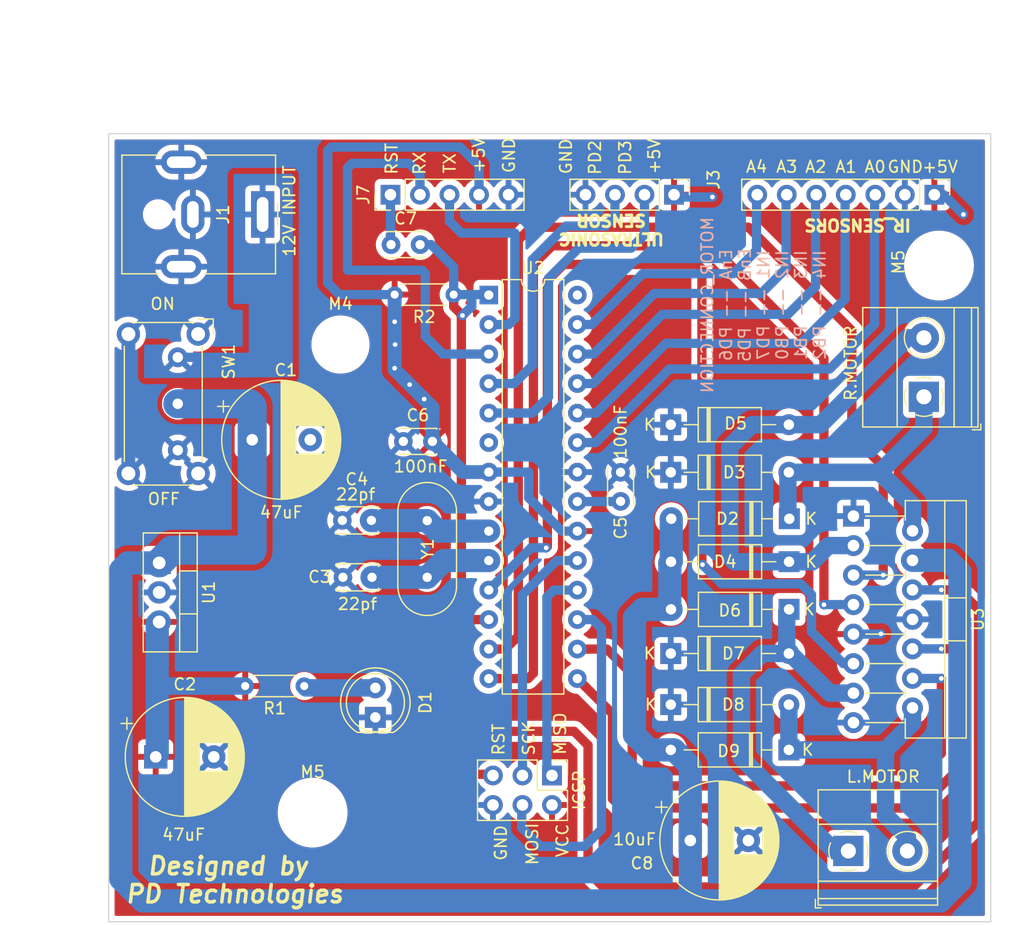
<source format=kicad_pcb>
(kicad_pcb (version 20211014) (generator pcbnew)
  (layers (0 "F.Cu" signal) (31 "B.Cu" signal) (34 "B.Paste" user) (35 "F.Paste" user) (36 "B.SilkS" user "B.Silkscreen") (37 "F.SilkS" user "F.Silkscreen") (38 "B.Mask" user) (39 "F.Mask" user) (44 "Edge.Cuts" user))
  (net 0 "")
  (net 1 "GND")
  (net 2 "+5V")
  (net 3 "PB7")
  (net 4 "PB6")
  (net 5 "Net-(C5-Pad2)")
  (net 6 "Net-(C7-Pad1)")
  (net 7 "RESET")
  (net 8 "Net-(D1-Pad2)")
  (net 9 "A0")
  (net 10 "A1")
  (net 11 "A2")
  (net 12 "A3")
  (net 13 "A4")
  (net 14 "TRIG")
  (net 15 "ECHO")
  (net 16 "MISO")
  (net 17 "SCK")
  (net 18 "MOSI")
  (net 19 "RX")
  (net 20 "TX")
  (net 23 "+12V")
  (net 24 "Net-(D2-Pad1)")
  (net 25 "Net-(D4-Pad1)")
  (net 26 "Net-(D6-Pad1)")
  (net 27 "Net-(D8-Pad2)")
  (net 28 "EnB")
  (net 29 "EnA")
  (net 30 "IN1")
  (net 31 "IN2")
  (net 32 "IN3")
  (net 33 "IN4")
  (net 35 "12V")
  (footprint "Package_TO_SOT_THT:TO-220-15_P2.54x2.54mm_StaggerOdd_Lead4.58mm_Vertical" (layer "F.Cu") (at 173.14 94.57 -90)
    (fp_text reference "U3" (at 8.89 -10.7 90) (layer "F.SilkS"))
    (fp_text value "L298N")
    (pad "1" thru_hole rect (at 0 0 270) (size 1.8 1.8) (drill 1) (layers *.Cu *.Mask) (net 1 "GND"))
    (pad "2" thru_hole oval (at 1.27 -5.08 270) (size 1.8 1.8) (drill 1) (layers *.Cu *.Mask) (net 24 "Net-(D2-Pad1)"))
    (pad "3" thru_hole oval (at 2.54 0 270) (size 1.8 1.8) (drill 1) (layers *.Cu *.Mask) (net 25 "Net-(D4-Pad1)"))
    (pad "4" thru_hole oval (at 3.81 -5.08 270) (size 1.8 1.8) (drill 1) (layers *.Cu *.Mask) (net 23 "+12V"))
    (pad "5" thru_hole oval (at 5.08 0 270) (size 1.8 1.8) (drill 1) (layers *.Cu *.Mask) (net 30 "IN1"))
    (pad "6" thru_hole oval (at 6.35 -5.08 270) (size 1.8 1.8) (drill 1) (layers *.Cu *.Mask) (net 29 "EnA"))
    (pad "7" thru_hole oval (at 7.62 0 270) (size 1.8 1.8) (drill 1) (layers *.Cu *.Mask) (net 31 "IN2"))
    (pad "8" thru_hole oval (at 8.89 -5.08 270) (size 1.8 1.8) (drill 1) (layers *.Cu *.Mask) (net 1 "GND"))
    (pad "9" thru_hole oval (at 10.16 0 270) (size 1.8 1.8) (drill 1) (layers *.Cu *.Mask) (net 2 "+5V"))
    (pad "10" thru_hole oval (at 11.43 -5.08 270) (size 1.8 1.8) (drill 1) (layers *.Cu *.Mask) (net 32 "IN3"))
    (pad "11" thru_hole oval (at 12.7 0 270) (size 1.8 1.8) (drill 1) (layers *.Cu *.Mask) (net 28 "EnB"))
    (pad "12" thru_hole oval (at 13.97 -5.08 270) (size 1.8 1.8) (drill 1) (layers *.Cu *.Mask) (net 33 "IN4"))
    (pad "13" thru_hole oval (at 15.24 0 270) (size 1.8 1.8) (drill 1) (layers *.Cu *.Mask) (net 26 "Net-(D6-Pad1)"))
    (pad "14" thru_hole oval (at 16.51 -5.08 270) (size 1.8 1.8) (drill 1) (layers *.Cu *.Mask) (net 27 "Net-(D8-Pad2)"))
    (pad "15" thru_hole oval (at 17.78 0 270) (size 1.8 1.8) (drill 1) (layers *.Cu *.Mask) (net 1 "GND"))
  )
  (footprint "MountingHole:MountingHole_2.5mm" (layer "F.Cu") (at 129 79.8)
    (fp_text reference "M4" (at 0 -3.5) (layer "F.SilkS"))
    (fp_text value "MountingHole_4mm")
    (pad "" np_thru_hole circle (at 0 0) (size 4 4) (drill 4) (layers F&B.Cu *.Mask))
  )
  (footprint "TerminalBlock_Phoenix:TerminalBlock_Phoenix_MKDS-1,5-2-5.08_1x02_P5.08mm_Horizontal" (layer "F.Cu") (at 179.2 84.3 90)
    (fp_text reference "R.MOTOR" (at 2.9 -6.3 90) (layer "F.SilkS"))
    (fp_text value "R.MOTOR")
    (pad "1" thru_hole rect (at 0 0 90) (size 2.6 2.6) (drill 1.3) (layers *.Cu *.Mask) (net 24 "Net-(D2-Pad1)"))
    (pad "2" thru_hole circle (at 5.08 0 90) (size 2.6 2.6) (drill 1.3) (layers *.Cu *.Mask) (net 25 "Net-(D4-Pad1)"))
  )
  (footprint "Capacitor_THT:CP_Radial_D10.0mm_P5.00mm" (layer "F.Cu") (at 121.4 88)
    (fp_text reference "C1" (at 2.9 -6) (layer "F.SilkS"))
    (fp_text value "47uF" (at 2.5 6.25) (layer "F.SilkS"))
    (pad "1" thru_hole rect (at 0 0) (size 2 2) (drill 1) (layers *.Cu *.Mask) (net 23 "+12V"))
    (pad "2" thru_hole circle (at 5 0) (size 2 2) (drill 1) (layers *.Cu *.Mask))
  )
  (footprint "Diode_THT:D_A-405_P10.16mm_Horizontal" (layer "F.Cu") (at 167.6 98.5 180)
    (fp_text reference "D4" (at 5.5 0) (layer "F.SilkS"))
    (fp_text value "DIODE")
    (fp_text user "K" (at -1.9 0) (layer "F.SilkS"))
    (pad "1" thru_hole rect (at 0 0 180) (size 1.8 1.8) (drill 0.9) (layers *.Cu *.Mask) (net 25 "Net-(D4-Pad1)"))
    (pad "2" thru_hole oval (at 10.16 0 180) (size 1.8 1.8) (drill 0.9) (layers *.Cu *.Mask) (net 23 "+12V"))
  )
  (footprint "TerminalBlock_Phoenix:TerminalBlock_Phoenix_MKDS-1,5-2-5.08_1x02_P5.08mm_Horizontal" (layer "F.Cu") (at 172.7 123.4)
    (fp_text reference "L.MOTOR" (at 3 -6.4) (layer "F.SilkS"))
    (fp_text value "L.MOTOR")
    (pad "1" thru_hole rect (at 0 0) (size 2.6 2.6) (drill 1.3) (layers *.Cu *.Mask) (net 26 "Net-(D6-Pad1)"))
    (pad "2" thru_hole circle (at 5.08 0) (size 2.6 2.6) (drill 1.3) (layers *.Cu *.Mask) (net 27 "Net-(D8-Pad2)"))
  )
  (footprint "Capacitor_THT:C_Disc_D3.0mm_W2.0mm_P2.50mm" (layer "F.Cu") (at 134.41 88.14)
    (fp_text reference "C6" (at 1.25 -2.25) (layer "F.SilkS"))
    (fp_text value "100nF" (at 1.49 2.16) (layer "F.SilkS"))
    (pad "1" thru_hole circle (at 0 0) (size 1.6 1.6) (drill 0.8) (layers *.Cu *.Mask) (net 1 "GND"))
    (pad "2" thru_hole circle (at 2.5 0) (size 1.6 1.6) (drill 0.8) (layers *.Cu *.Mask) (net 2 "+5V"))
  )
  (footprint "LED_THT:LED_D5.0mm" (layer "F.Cu") (at 132 111.9 90)
    (fp_text reference "D1" (at 1.275 4.3 90) (layer "F.SilkS"))
    (fp_text value "LED")
    (pad "1" thru_hole rect (at 0 0 90) (size 1.8 1.8) (drill 0.9) (layers *.Cu *.Mask) (net 1 "GND"))
    (pad "2" thru_hole circle (at 2.54 0 90) (size 1.8 1.8) (drill 0.9) (layers *.Cu *.Mask) (net 8 "Net-(D1-Pad2)"))
  )
  (footprint "Diode_THT:D_A-405_P10.16mm_Horizontal" (layer "F.Cu") (at 157.42 110.8)
    (fp_text reference "D8" (at 5.38 0) (layer "F.SilkS"))
    (fp_text value "DIODE")
    (fp_text user "K" (at -1.72 0) (layer "F.SilkS"))
    (pad "1" thru_hole rect (at 0 0) (size 1.8 1.8) (drill 0.9) (layers *.Cu *.Mask) (net 1 "GND"))
    (pad "2" thru_hole oval (at 10.16 0) (size 1.8 1.8) (drill 0.9) (layers *.Cu *.Mask) (net 27 "Net-(D8-Pad2)"))
  )
  (footprint "Capacitor_THT:C_Disc_D3.0mm_W2.0mm_P2.50mm" (layer "F.Cu") (at 133.35 71.2)
    (fp_text reference "C7" (at 1.25 -2.25) (layer "F.SilkS"))
    (fp_text value "100nF")
    (pad "1" thru_hole circle (at 0 0) (size 1.6 1.6) (drill 0.8) (layers *.Cu *.Mask) (net 6 "Net-(C7-Pad1)"))
    (pad "2" thru_hole circle (at 2.5 0) (size 1.6 1.6) (drill 0.8) (layers *.Cu *.Mask) (net 7 "RESET"))
  )
  (footprint "Connector_BarrelJack:BarrelJack_CUI_PJ-063AH_Horizontal" (layer "F.Cu") (at 122.3 68.6 -90)
    (fp_text reference "J1" (at 0 3.4 90) (layer "F.SilkS"))
    (fp_text value "Barrel_Jack_MountingPin")
    (pad "" np_thru_hole circle (at 0 9 270) (size 1.6 1.6) (drill 1.6) (layers *.Cu *.Mask))
    (pad "1" thru_hole rect (at 0 0 270) (size 4 2) (drill oval 3 1) (layers *.Cu *.Mask) (net 35 "12V"))
    (pad "2" thru_hole oval (at 0 6 270) (size 3.3 2) (drill oval 2.3 1) (layers *.Cu *.Mask) (net 1 "GND"))
    (pad "MP" thru_hole oval (at -4.5 7 270) (size 2 3.5) (drill oval 1 2.5) (layers *.Cu *.Mask) (net 1 "GND"))
    (pad "MP" thru_hole oval (at 4.5 7 270) (size 2 3.5) (drill oval 1 2.5) (layers *.Cu *.Mask) (net 1 "GND"))
  )
  (footprint "Connector_PinHeader_2.54mm:PinHeader_1x05_P2.54mm_Vertical" (layer "F.Cu") (at 133.3 66.9 90)
    (fp_text reference "J7" (at 0 -2.33 90) (layer "F.SilkS"))
    (fp_text value "Conn_01x05_Male")
    (pad "1" thru_hole rect (at 0 0 90) (size 1.7 1.7) (drill 1) (layers *.Cu *.Mask) (net 6 "Net-(C7-Pad1)"))
    (pad "2" thru_hole oval (at 0 2.54 90) (size 1.7 1.7) (drill 1) (layers *.Cu *.Mask) (net 19 "RX"))
    (pad "3" thru_hole oval (at 0 5.08 90) (size 1.7 1.7) (drill 1) (layers *.Cu *.Mask) (net 20 "TX"))
    (pad "4" thru_hole oval (at 0 7.62 90) (size 1.7 1.7) (drill 1) (layers *.Cu *.Mask) (net 2 "+5V"))
    (pad "5" thru_hole oval (at 0 10.16 90) (size 1.7 1.7) (drill 1) (layers *.Cu *.Mask) (net 1 "GND"))
  )
  (footprint "MountingHole:MountingHole_2.5mm" (layer "F.Cu") (at 180.5 73)
    (fp_text reference "M5" (at -3.5 -0.3 90) (layer "F.SilkS"))
    (fp_text value "MountingHole_5mm")
    (pad "" np_thru_hole circle (at 0 0) (size 5 5) (drill 5) (layers F&B.Cu *.Mask))
  )
  (footprint "Capacitor_THT:C_Disc_D3.0mm_W2.0mm_P2.50mm" (layer "F.Cu") (at 153.1 90.8 -90)
    (fp_text reference "C5" (at 4.8 0 90) (layer "F.SilkS"))
    (fp_text value "100nF" (at -3.5 0 90) (layer "F.SilkS"))
    (pad "1" thru_hole circle (at 0 0 270) (size 1.6 1.6) (drill 0.8) (layers *.Cu *.Mask) (net 1 "GND"))
    (pad "2" thru_hole circle (at 2.5 0 270) (size 1.6 1.6) (drill 0.8) (layers *.Cu *.Mask) (net 5 "Net-(C5-Pad2)"))
  )
  (footprint "Diode_THT:D_A-405_P10.16mm_Horizontal" (layer "F.Cu") (at 167.62 94.8 180)
    (fp_text reference "D2" (at 5.32 0) (layer "F.SilkS"))
    (fp_text value "DIODE")
    (fp_text user "K" (at -1.88 0) (layer "F.SilkS"))
    (pad "1" thru_hole rect (at 0 0 180) (size 1.8 1.8) (drill 0.9) (layers *.Cu *.Mask) (net 24 "Net-(D2-Pad1)"))
    (pad "2" thru_hole oval (at 10.16 0 180) (size 1.8 1.8) (drill 0.9) (layers *.Cu *.Mask) (net 23 "+12V"))
  )
  (footprint "Package_DIP:DIP-28_W7.62mm" (layer "F.Cu") (at 141.76 75.54)
    (fp_text reference "U2" (at 3.81 -2.33) (layer "F.SilkS"))
    (fp_text value "ATmega328P-P")
    (pad "1" thru_hole rect (at 0 0) (size 1.6 1.6) (drill 0.8) (layers *.Cu *.Mask) (net 7 "RESET"))
    (pad "2" thru_hole oval (at 0 2.54) (size 1.6 1.6) (drill 0.8) (layers *.Cu *.Mask) (net 20 "TX"))
    (pad "3" thru_hole oval (at 0 5.08) (size 1.6 1.6) (drill 0.8) (layers *.Cu *.Mask) (net 19 "RX"))
    (pad "4" thru_hole oval (at 0 7.62) (size 1.6 1.6) (drill 0.8) (layers *.Cu *.Mask) (net 15 "ECHO"))
    (pad "5" thru_hole oval (at 0 10.16) (size 1.6 1.6) (drill 0.8) (layers *.Cu *.Mask) (net 14 "TRIG"))
    (pad "6" thru_hole oval (at 0 12.7) (size 1.6 1.6) (drill 0.8) (layers *.Cu *.Mask))
    (pad "7" thru_hole oval (at 0 15.24) (size 1.6 1.6) (drill 0.8) (layers *.Cu *.Mask) (net 2 "+5V"))
    (pad "8" thru_hole oval (at 0 17.78) (size 1.6 1.6) (drill 0.8) (layers *.Cu *.Mask) (net 1 "GND"))
    (pad "9" thru_hole oval (at 0 20.32) (size 1.6 1.6) (drill 0.8) (layers *.Cu *.Mask) (net 4 "PB6"))
    (pad "10" thru_hole oval (at 0 22.86) (size 1.6 1.6) (drill 0.8) (layers *.Cu *.Mask) (net 3 "PB7"))
    (pad "11" thru_hole oval (at 0 25.4) (size 1.6 1.6) (drill 0.8) (layers *.Cu *.Mask) (net 28 "EnB"))
    (pad "12" thru_hole oval (at 0 27.94) (size 1.6 1.6) (drill 0.8) (layers *.Cu *.Mask) (net 29 "EnA"))
    (pad "13" thru_hole oval (at 0 30.48) (size 1.6 1.6) (drill 0.8) (layers *.Cu *.Mask) (net 30 "IN1"))
    (pad "14" thru_hole oval (at 0 33.02) (size 1.6 1.6) (drill 0.8) (layers *.Cu *.Mask) (net 31 "IN2"))
    (pad "15" thru_hole oval (at 7.62 33.02) (size 1.6 1.6) (drill 0.8) (layers *.Cu *.Mask) (net 32 "IN3"))
    (pad "16" thru_hole oval (at 7.62 30.48) (size 1.6 1.6) (drill 0.8) (layers *.Cu *.Mask) (net 33 "IN4"))
    (pad "17" thru_hole oval (at 7.62 27.94) (size 1.6 1.6) (drill 0.8) (layers *.Cu *.Mask) (net 18 "MOSI"))
    (pad "18" thru_hole oval (at 7.62 25.4) (size 1.6 1.6) (drill 0.8) (layers *.Cu *.Mask) (net 16 "MISO"))
    (pad "19" thru_hole oval (at 7.62 22.86) (size 1.6 1.6) (drill 0.8) (layers *.Cu *.Mask) (net 17 "SCK"))
    (pad "20" thru_hole oval (at 7.62 20.32) (size 1.6 1.6) (drill 0.8) (layers *.Cu *.Mask) (net 2 "+5V"))
    (pad "21" thru_hole oval (at 7.62 17.78) (size 1.6 1.6) (drill 0.8) (layers *.Cu *.Mask) (net 5 "Net-(C5-Pad2)"))
    (pad "22" thru_hole oval (at 7.62 15.24) (size 1.6 1.6) (drill 0.8) (layers *.Cu *.Mask) (net 1 "GND"))
    (pad "23" thru_hole oval (at 7.62 12.7) (size 1.6 1.6) (drill 0.8) (layers *.Cu *.Mask) (net 9 "A0"))
    (pad "24" thru_hole oval (at 7.62 10.16) (size 1.6 1.6) (drill 0.8) (layers *.Cu *.Mask) (net 10 "A1"))
    (pad "25" thru_hole oval (at 7.62 7.62) (size 1.6 1.6) (drill 0.8) (layers *.Cu *.Mask) (net 11 "A2"))
    (pad "26" thru_hole oval (at 7.62 5.08) (size 1.6 1.6) (drill 0.8) (layers *.Cu *.Mask) (net 12 "A3"))
    (pad "27" thru_hole oval (at 7.62 2.54) (size 1.6 1.6) (drill 0.8) (layers *.Cu *.Mask) (net 13 "A4"))
    (pad "28" thru_hole oval (at 7.62 0) (size 1.6 1.6) (drill 0.8) (layers *.Cu *.Mask))
  )
  (footprint "Diode_THT:D_A-405_P10.16mm_Horizontal" (layer "F.Cu") (at 167.58 114.7 180)
    (fp_text reference "D9" (at 5.18 -0.1) (layer "F.SilkS"))
    (fp_text value "DIODE")
    (fp_text user "K" (at -1.62 0) (layer "F.SilkS"))
    (pad "1" thru_hole rect (at 0 0 180) (size 1.8 1.8) (drill 0.9) (layers *.Cu *.Mask) (net 27 "Net-(D8-Pad2)"))
    (pad "2" thru_hole oval (at 10.16 0 180) (size 1.8 1.8) (drill 0.9) (layers *.Cu *.Mask) (net 23 "+12V"))
  )
  (footprint "Diode_THT:D_A-405_P10.16mm_Horizontal" (layer "F.Cu") (at 167.6 102.6 180)
    (fp_text reference "D6" (at 5.1 -0.1) (layer "F.SilkS"))
    (fp_text value "DIODE")
    (fp_text user "K" (at -1.7 0) (layer "F.SilkS"))
    (pad "1" thru_hole rect (at 0 0 180) (size 1.8 1.8) (drill 0.9) (layers *.Cu *.Mask) (net 26 "Net-(D6-Pad1)"))
    (pad "2" thru_hole oval (at 10.16 0 180) (size 1.8 1.8) (drill 0.9) (layers *.Cu *.Mask) (net 23 "+12V"))
  )
  (footprint "Diode_THT:D_A-405_P10.16mm_Horizontal" (layer "F.Cu") (at 157.42 90.8)
    (fp_text reference "D3" (at 5.46 0) (layer "F.SilkS"))
    (fp_text value "DIODE")
    (fp_text user "K" (at -1.72 0) (layer "F.SilkS"))
    (pad "1" thru_hole rect (at 0 0) (size 1.8 1.8) (drill 0.9) (layers *.Cu *.Mask) (net 1 "GND"))
    (pad "2" thru_hole oval (at 10.16 0) (size 1.8 1.8) (drill 0.9) (layers *.Cu *.Mask) (net 24 "Net-(D2-Pad1)"))
  )
  (footprint "Crystal:Crystal_HC49-4H_Vertical" (layer "F.Cu") (at 136.46 99.84 90)
    (fp_text reference "Y1" (at 2.44 0.04 90) (layer "F.SilkS"))
    (fp_text value "16MHZ")
    (pad "1" thru_hole circle (at 0 0 90) (size 1.5 1.5) (drill 0.8) (layers *.Cu *.Mask) (net 3 "PB7"))
    (pad "2" thru_hole circle (at 4.88 0 90) (size 1.5 1.5) (drill 0.8) (layers *.Cu *.Mask) (net 4 "PB6"))
  )
  (footprint "Capacitor_THT:CP_Radial_D10.0mm_P5.00mm" (layer "F.Cu") (at 113.1 115.3)
    (fp_text reference "C2" (at 2.5 -6.25) (layer "F.SilkS"))
    (fp_text value "47uF" (at 2.4 6.7) (layer "F.SilkS"))
    (pad "1" thru_hole rect (at 0 0) (size 2 2) (drill 1) (layers *.Cu *.Mask) (net 2 "+5V"))
    (pad "2" thru_hole circle (at 5 0) (size 2 2) (drill 1) (layers *.Cu *.Mask) (net 1 "GND"))
  )
  (footprint "Connector_PinHeader_2.54mm:PinHeader_1x07_P2.54mm_Vertical" (layer "F.Cu") (at 180.1 66.9 -90)
    (fp_text reference "Conn_01x07_Male")
    (fp_text value "Conn_01x07_Male")
    (pad "1" thru_hole rect (at 0 0 270) (size 1.7 1.7) (drill 1) (layers *.Cu *.Mask) (net 2 "+5V"))
    (pad "2" thru_hole oval (at 0 2.54 270) (size 1.7 1.7) (drill 1) (layers *.Cu *.Mask) (net 1 "GND"))
    (pad "3" thru_hole oval (at 0 5.08 270) (size 1.7 1.7) (drill 1) (layers *.Cu *.Mask) (net 9 "A0"))
    (pad "4" thru_hole oval (at 0 7.62 270) (size 1.7 1.7) (drill 1) (layers *.Cu *.Mask) (net 10 "A1"))
    (pad "5" thru_hole oval (at 0 10.16 270) (size 1.7 1.7) (drill 1) (layers *.Cu *.Mask) (net 11 "A2"))
    (pad "6" thru_hole oval (at 0 12.7 270) (size 1.7 1.7) (drill 1) (layers *.Cu *.Mask) (net 12 "A3"))
    (pad "7" thru_hole oval (at 0 15.24 270) (size 1.7 1.7) (drill 1) (layers *.Cu *.Mask) (net 13 "A4"))
  )
  (footprint "Diode_THT:D_A-405_P10.16mm_Horizontal" (layer "F.Cu") (at 157.42 106.4)
    (fp_text reference "D7" (at 5.39 0) (layer "F.SilkS"))
    (fp_text value "DIODE")
    (fp_text user "K" (at -1.82 0) (layer "F.SilkS"))
    (pad "1" thru_hole rect (at 0 0) (size 1.8 1.8) (drill 0.9) (layers *.Cu *.Mask) (net 1 "GND"))
    (pad "2" thru_hole oval (at 10.16 0) (size 1.8 1.8) (drill 0.9) (layers *.Cu *.Mask) (net 26 "Net-(D6-Pad1)"))
  )
  (footprint "Diode_THT:D_A-405_P10.16mm_Horizontal" (layer "F.Cu") (at 157.42 86.7)
    (fp_text reference "D5" (at 5.58 -0.1) (layer "F.SilkS"))
    (fp_text value "DIODE")
    (fp_text user "K" (at -1.82 0) (layer "F.SilkS"))
    (pad "1" thru_hole rect (at 0 0) (size 1.8 1.8) (drill 0.9) (layers *.Cu *.Mask) (net 1 "GND"))
    (pad "2" thru_hole oval (at 10.16 0) (size 1.8 1.8) (drill 0.9) (layers *.Cu *.Mask) (net 25 "Net-(D4-Pad1)"))
  )
  (footprint "Package_TO_SOT_THT:TO-220-3_Vertical" (layer "F.Cu") (at 113.4 98.6 -90)
    (fp_text reference "U1" (at 2.54 -4.27 90) (layer "F.SilkS"))
    (fp_text value "LM78M05_TO220")
    (pad "1" thru_hole rect (at 0 0 270) (size 1.905 2) (drill 1.1) (layers *.Cu *.Mask) (net 23 "+12V"))
    (pad "2" thru_hole oval (at 2.54 0 270) (size 1.905 2) (drill 1.1) (layers *.Cu *.Mask) (net 1 "GND"))
    (pad "3" thru_hole oval (at 5.08 0 270) (size 1.905 2) (drill 1.1) (layers *.Cu *.Mask) (net 2 "+5V"))
  )
  (footprint "MountingHole:MountingHole_2.5mm" (layer "F.Cu") (at 126.6 120.1)
    (fp_text reference "M5" (at 0 -3.5) (layer "F.SilkS"))
    (fp_text value "MountingHole_5mm")
    (pad "" np_thru_hole circle (at 0 0) (size 5 5) (drill 5) (layers F&B.Cu *.Mask))
  )
  (footprint "Capacitor_THT:CP_Radial_D10.0mm_P5.00mm" (layer "F.Cu") (at 159.1 122.5)
    (fp_text reference "C8" (at -4.16 1.96) (layer "F.SilkS"))
    (fp_text value "10uF" (at -4.8 -0.1) (layer "F.SilkS"))
    (pad "1" thru_hole rect (at 0 0) (size 2 2) (drill 1) (layers *.Cu *.Mask) (net 23 "+12V"))
    (pad "2" thru_hole circle (at 5 0) (size 2 2) (drill 1) (layers *.Cu *.Mask) (net 1 "GND"))
  )
  (footprint "Capacitor_THT:C_Disc_D3.4mm_W2.1mm_P2.50mm" (layer "F.Cu") (at 129.21 99.84)
    (fp_text reference "C3" (at -2.01 -0.04) (layer "F.SilkS"))
    (fp_text value "22pf" (at 1.25 2.3) (layer "F.SilkS"))
    (pad "1" thru_hole circle (at 0 0) (size 1.6 1.6) (drill 0.8) (layers *.Cu *.Mask) (net 1 "GND"))
    (pad "2" thru_hole circle (at 2.5 0) (size 1.6 1.6) (drill 0.8) (layers *.Cu *.Mask) (net 3 "PB7"))
  )
  (footprint "Button_Switch_THT:SW_E-Switch_EG1224_SPDT_Angled" (layer "F.Cu") (at 115 80.9 -90)
    (fp_text reference "SW1" (at 0.38 -4.38 90) (layer "F.SilkS"))
    (fp_text value "SW_DIP_x01")
    (pad "" thru_hole circle (at -2 -1.75 270) (size 2 2) (drill 1.2) (layers *.Cu *.Mask) (net 1 "GND"))
    (pad "" thru_hole circle (at 10 4.25 270) (size 2 2) (drill 1.2) (layers *.Cu *.Mask) (net 1 "GND"))
    (pad "" thru_hole circle (at -2 4.25 270) (size 2 2) (drill 1.2) (layers *.Cu *.Mask) (net 1 "GND"))
    (pad "" thru_hole circle (at 10 -1.75 270) (size 2 2) (drill 1.2) (layers *.Cu *.Mask) (net 1 "GND"))
    (pad "1" thru_hole circle (at 0 0 270) (size 1.7 1.7) (drill 0.9) (layers *.Cu *.Mask) (net 35 "12V"))
    (pad "2" thru_hole circle (at 4 0 270) (size 1.7 1.7) (drill 0.9) (layers *.Cu *.Mask) (net 23 "+12V"))
    (pad "3" thru_hole circle (at 8 0 270) (size 1.7 1.7) (drill 0.9) (layers *.Cu *.Mask) (net 1 "GND"))
  )
  (footprint "Capacitor_THT:C_Disc_D3.4mm_W2.1mm_P2.50mm" (layer "F.Cu") (at 129.16 94.94)
    (fp_text reference "C4" (at 1.24 -3.54) (layer "F.SilkS"))
    (fp_text value "22pf" (at 1.14 -2.24) (layer "F.SilkS"))
    (pad "1" thru_hole circle (at 0 0) (size 1.6 1.6) (drill 0.8) (layers *.Cu *.Mask) (net 1 "GND"))
    (pad "2" thru_hole circle (at 2.5 0) (size 1.6 1.6) (drill 0.8) (layers *.Cu *.Mask) (net 4 "PB6"))
  )
  (footprint "Resistor_THT:R_Axial_DIN0204_L3.6mm_D1.6mm_P5.08mm_Horizontal" (layer "F.Cu") (at 138.74 75.5 180)
    (fp_text reference "R2" (at 2.54 -1.92) (layer "F.SilkS"))
    (fp_text value "10K")
    (pad "1" thru_hole circle (at 0 0 180) (size 1.4 1.4) (drill 0.7) (layers *.Cu *.Mask) (net 7 "RESET"))
    (pad "2" thru_hole oval (at 5.08 0 180) (size 1.4 1.4) (drill 0.7) (layers *.Cu *.Mask) (net 2 "+5V"))
  )
  (footprint "Resistor_THT:R_Axial_DIN0204_L3.6mm_D1.6mm_P5.08mm_Horizontal" (layer "F.Cu") (at 125.88 109.2 180)
    (fp_text reference "R1" (at 2.54 -1.92) (layer "F.SilkS"))
    (fp_text value "10K")
    (pad "1" thru_hole circle (at 0 0 180) (size 1.4 1.4) (drill 0.7) (layers *.Cu *.Mask) (net 8 "Net-(D1-Pad2)"))
    (pad "2" thru_hole oval (at 5.08 0 180) (size 1.4 1.4) (drill 0.7) (layers *.Cu *.Mask) (net 2 "+5V"))
  )
  (footprint "Connector_PinHeader_2.54mm:PinHeader_1x04_P2.54mm_Vertical" (layer "F.Cu") (at 157.7 66.9 -90)
    (fp_text reference "J3" (at -1.3 -3.4 90) (layer "F.SilkS"))
    (fp_text value "Conn_01x04_Male")
    (pad "1" thru_hole rect (at 0 0 270) (size 1.7 1.7) (drill 1) (layers *.Cu *.Mask) (net 2 "+5V"))
    (pad "2" thru_hole oval (at 0 2.54 270) (size 1.7 1.7) (drill 1) (layers *.Cu *.Mask) (net 14 "TRIG"))
    (pad "3" thru_hole oval (at 0 5.08 270) (size 1.7 1.7) (drill 1) (layers *.Cu *.Mask) (net 15 "ECHO"))
    (pad "4" thru_hole oval (at 0 7.62 270) (size 1.7 1.7) (drill 1) (layers *.Cu *.Mask) (net 1 "GND"))
  )
  (footprint "Connector_PinHeader_2.54mm:PinHeader_2x03_P2.54mm_Vertical" (layer "F.Cu") (at 147.2 116.9 -90)
    (fp_text reference "ICSP" (at 1.27 -2.33 90) (layer "F.SilkS"))
    (fp_text value "Conn_02x03_Odd_Even")
    (pad "1" thru_hole rect (at 0 0 270) (size 1.7 1.7) (drill 1) (layers *.Cu *.Mask) (net 16 "MISO"))
    (pad "2" thru_hole oval (at 2.54 0 270) (size 1.7 1.7) (drill 1) (layers *.Cu *.Mask) (net 2 "+5V"))
    (pad "3" thru_hole oval (at 0 2.54 270) (size 1.7 1.7) (drill 1) (layers *.Cu *.Mask) (net 17 "SCK"))
    (pad "4" thru_hole oval (at 2.54 2.54 270) (size 1.7 1.7) (drill 1) (layers *.Cu *.Mask) (net 18 "MOSI"))
    (pad "5" thru_hole oval (at 0 5.08 270) (size 1.7 1.7) (drill 1) (layers *.Cu *.Mask) (net 7 "RESET"))
    (pad "6" thru_hole oval (at 2.54 5.08 270) (size 1.7 1.7) (drill 1) (layers *.Cu *.Mask) (net 1 "GND"))
  )
  (gr_rect (start 109.05 61.65) (end 184.95 129.5) (layer "Edge.Cuts") (width 0.1) (fill none))
  (gr_text "MOTOR_CONNECTION\nEnA -- PD6\nEnB -- PD5\nIN1 -- PD7\nIN2 -- PB0\nIN3 -- PB1\nIN4 -- PB2" (at 165.4 76.4 90) (layer "B.SilkS") (effects (font (size 1 1)) (justify mirror)))
  (gr_text "+5V\n" (at 156 63.6 90) (layer "F.SilkS") (effects (font (size 1 1))))
  (gr_text "VCC\n" (at 148.1 122.5 90) (layer "F.SilkS") (effects (font (size 1 1))))
  (gr_text "IR_SENSORS\n\n" (at 173.5 68.7 180) (layer "F.SilkS") (effects (font (size 1 1) (thickness 0.25))))
  (gr_text "12V INPUT" (at 124.6 68.3 90) (layer "F.SilkS") (effects (font (size 1 1))))
  (gr_text "GND\n" (at 143.5 63.5 90) (layer "F.SilkS") (effects (font (size 1 1))))
  (gr_text "GND\n" (at 177.6 64.5) (layer "F.SilkS") (effects (font (size 1 1))))
  (gr_text "RST" (at 142.6 113.8 90) (layer "F.SilkS") (effects (font (size 1 1))))
  (gr_text "MOSI\n" (at 145.5 122.8 90) (layer "F.SilkS") (effects (font (size 1 1))))
  (gr_text "+5V\n" (at 140.9 63.5 90) (layer "F.SilkS") (effects (font (size 1 1))))
  (gr_text "RX\n" (at 135.8 64.2 90) (layer "F.SilkS") (effects (font (size 1 1))))
  (gr_text "+5V\n" (at 180.6 64.5) (layer "F.SilkS") (effects (font (size 1 1))))
  (gr_text "A1\n" (at 172.5 64.5) (layer "F.SilkS") (effects (font (size 1 1))))
  (gr_text "MISO" (at 147.9 113.3 90) (layer "F.SilkS") (effects (font (size 1 1))))
  (gr_text "GND\n" (at 148.4 63.6 90) (layer "F.SilkS") (effects (font (size 1 1))))
  (gr_text "SCK\n" (at 145.2 113.7 90) (layer "F.SilkS") (effects (font (size 1 1))))
  (gr_text "A2" (at 169.9 64.5) (layer "F.SilkS") (effects (font (size 1 1))))
  (gr_text "A4" (at 164.8 64.5) (layer "F.SilkS") (effects (font (size 1 1))))
  (gr_text "RST\n" (at 133.4 63.8 90) (layer "F.SilkS") (effects (font (size 1 1))))
  (gr_text "OFF\n" (at 113.8 93.1) (layer "F.SilkS") (effects (font (size 1 1))))
  (gr_text "A0\n" (at 175 64.5) (layer "F.SilkS") (effects (font (size 1 1))))
  (gr_text "TX\n" (at 138.4 64.2 90) (layer "F.SilkS") (effects (font (size 1 1))))
  (gr_text "PD2\n" (at 150.9 63.7 90) (layer "F.SilkS") (effects (font (size 1 1))))
  (gr_text "PD3\n" (at 153.5 63.7 90) (layer "F.SilkS") (effects (font (size 1 1))))
  (gr_text "ON" (at 113.7 76.3) (layer "F.SilkS") (effects (font (size 1 1))))
  (gr_text "A3\n\n" (at 167.4 65.3) (layer "F.SilkS") (effects (font (size 1 1))))
  (gr_text "Designed by \nPD Technologies\n" (at 119.9 125.9) (layer "F.SilkS") (effects (font (size 1.5 1.5) (thickness 0.3) italic)))
  (gr_text "GND\n" (at 142.8 122.7 90) (layer "F.SilkS") (effects (font (size 1 1))))
  (gr_text "ULTRASONIC\nSENSOR\n" (at 152.3 69.9 180) (layer "F.SilkS") (effects (font (size 1 1) (thickness 0.25))))
  (segment (start 110.75 78.9) (end 110.75 90.9) (width 1.2) (layer "B.Cu") (net 1))
  (segment (start 175.47 104.73) (end 175.5 104.7) (width 0.8) (layer "F.Cu") (net 2))
  (via (at 133.66 81.84) (size 0.8) (drill 0.4) (layers "F.Cu" "B.Cu") (net 2))
  (via (at 161 67.1) (size 0.8) (drill 0.4) (layers "F.Cu" "B.Cu") (net 2))
  (via (at 175.5 104.7) (size 0.8) (drill 0.4) (layers "F.Cu" "B.Cu") (net 2))
  (via (at 133.7 79.8) (size 0.8) (drill 0.4) (layers "F.Cu" "B.Cu") (net 2))
  (via (at 134.95 83.25) (size 0.8) (drill 0.4) (layers "F.Cu" "B.Cu") (net 2))
  (via (at 133.66 77.84) (size 0.8) (drill 0.4) (layers "F.Cu" "B.Cu") (net 2))
  (via (at 182.6 68.6) (size 0.8) (drill 0.4) (layers "F.Cu" "B.Cu") (net 2))
  (via (at 136.2 84.5) (size 0.8) (drill 0.4) (layers "F.Cu" "B.Cu") (net 2))
  (segment (start 113.232323 115.167677) (end 113.232323 108.567677) (width 2) (layer "B.Cu") (net 2))
  (segment (start 120.8 109.2) (end 113.864646 109.2) (width 1.5) (layer "B.Cu") (net 2))
  (segment (start 133.66 75.5) (end 128.9 75.5) (width 0.8) (layer "B.Cu") (net 2))
  (segment (start 133.66 81.84) (end 133.66 81.96) (width 1.2) (layer "B.Cu") (net 2))
  (segment (start 149.38 95.86) (end 148.06 95.86) (width 0.8) (layer "B.Cu") (net 2))
  (segment (start 139.55 90.78) (end 141.76 90.78) (width 1.2) (layer "B.Cu") (net 2))
  (segment (start 161 67.1) (end 157.9 67.1) (width 0.8) (layer "B.Cu") (net 2))
  (segment (start 145.18 90.78) (end 141.76 90.78) (width 0.8) (layer "B.Cu") (net 2))
  (segment (start 127.9 74.5) (end 127.9 63.1) (width 0.8) (layer "B.Cu") (net 2))
  (segment (start 113.864646 109.2) (end 113.232323 108.567677) (width 1.5) (layer "B.Cu") (net 2))
  (segment (start 136.91 88.14) (end 136.91 85.21) (width 1.2) (layer "B.Cu") (net 2))
  (segment (start 133.7 79.8) (end 133.66 79.84) (width 1.2) (layer "B.Cu") (net 2))
  (segment (start 148.06 95.86) (end 145.2 93) (width 0.8) (layer "B.Cu") (net 2))
  (segment (start 145.2 93) (end 145.2 90.8) (width 0.8) (layer "B.Cu") (net 2))
  (segment (start 136.91 85.21) (end 136.2 84.5) (width 1.2) (layer "B.Cu") (net 2))
  (segment (start 113.232323 108.567677) (end 113.232323 103.847677) (width 2) (layer "B.Cu") (net 2))
  (segment (start 127.9 63.1) (end 128.2 62.8) (width 0.8) (layer "B.Cu") (net 2))
  (segment (start 140.92 64.42) (end 140.92 66.9) (width 0.8) (layer "B.Cu") (net 2))
  (segment (start 136.91 88.14) (end 139.55 90.78) (width 1.2) (layer "B.Cu") (net 2))
  (segment (start 133.66 79.76) (end 133.66 77.84) (width 1.2) (layer "B.Cu") (net 2))
  (segment (start 136.2 84.5) (end 134.95 83.25) (width 1.2) (layer "B.Cu") (net 2))
  (segment (start 180.9 66.9) (end 180.1 66.9) (width 0.8) (layer "B.Cu") (net 2))
  (segment (start 113.232323 103.847677) (end 113.4 103.68) (width 2) (layer "B.Cu") (net 2))
  (segment (start 145.2 90.8) (end 145.18 90.78) (width 0.8) (layer "B.Cu") (net 2))
  (segment (start 157.9 67.1) (end 157.7 66.9) (width 0.8) (layer "B.Cu") (net 2))
  (segment (start 173.14 104.73) (end 175.47 104.73) (width 0.8) (layer "B.Cu") (net 2))
  (segment (start 128.2 62.8) (end 139.3 62.8) (width 0.8) (layer "B.Cu") (net 2))
  (segment (start 133.7 79.8) (end 133.66 79.76) (width 1.2) (layer "B.Cu") (net 2))
  (segment (start 133.66 75.5) (end 133.66 77.84) (width 1.2) (layer "B.Cu") (net 2))
  (segment (start 182.6 68.6) (end 180.9 66.9) (width 0.8) (layer "B.Cu") (net 2))
  (segment (start 133.66 79.84) (end 133.66 81.84) (width 1.2) (layer "B.Cu") (net 2))
  (segment (start 134.95 83.25) (end 133.66 81.96) (width 1.2) (layer "B.Cu") (net 2))
  (segment (start 113.1 115.3) (end 113.232323 115.167677) (width 2) (layer "B.Cu") (net 2))
  (segment (start 128.9 75.5) (end 127.9 74.5) (width 0.8) (layer "B.Cu") (net 2))
  (segment (start 139.3 62.8) (end 140.92 64.42) (width 0.8) (layer "B.Cu") (net 2))
  (segment (start 136.46 99.84) (end 131.71 99.84) (width 2) (layer "B.Cu") (net 3))
  (segment (start 136.46 99.84) (end 137.9 98.4) (width 2) (layer "B.Cu") (net 3))
  (segment (start 137.9 98.4) (end 141.76 98.4) (width 2) (layer "B.Cu") (net 3))
  (segment (start 136.46 94.96) (end 137.36 95.86) (width 2) (layer "B.Cu") (net 4))
  (segment (start 131.68 94.96) (end 131.66 94.94) (width 2) (layer "B.Cu") (net 4))
  (segment (start 137.36 95.86) (end 141.76 95.86) (width 2) (layer "B.Cu") (net 4))
  (segment (start 136.46 94.96) (end 131.68 94.96) (width 2) (layer "B.Cu") (net 4))
  (segment (start 149.38 93.32) (end 153.08 93.32) (width 0.8) (layer "B.Cu") (net 5))
  (segment (start 153.08 93.32) (end 153.1 93.3) (width 0.8) (layer "B.Cu") (net 5))
  (segment (start 133.3 66.9) (end 133.3 71.15) (width 0.8) (layer "B.Cu") (net 6))
  (segment (start 133.3 71.15) (end 133.35 71.2) (width 0.8) (layer "B.Cu") (net 6))
  (segment (start 138.4 116.8) (end 142.02 116.8) (width 0.8) (layer "F.Cu") (net 7))
  (segment (start 136.1 105.2) (end 136.1 114.5) (width 0.8) (layer "F.Cu") (net 7))
  (segment (start 136.1 114.5) (end 138.4 116.8) (width 0.8) (layer "F.Cu") (net 7))
  (segment (start 142.02 116.8) (end 142.12 116.9) (width 0.8) (layer "F.Cu") (net 7))
  (segment (start 139.4 77.4) (end 139.4 101.9) (width 0.8) (layer "F.Cu") (net 7))
  (segment (start 139.5 77.3) (end 139.4 77.4) (width 0.8) (layer "F.Cu") (net 7))
  (segment (start 138.74 76.54) (end 138.74 75.5) (width 0.8) (layer "F.Cu") (net 7))
  (segment (start 139.5 77.3) (end 138.74 76.54) (width 0.8) (layer "F.Cu") (net 7))
  (segment (start 139.4 101.9) (end 136.1 105.2) (width 0.8) (layer "F.Cu") (net 7))
  (via (at 139.5 77.3) (size 0.8) (drill 0.4) (layers "F.Cu" "B.Cu") (net 7))
  (segment (start 141.72 75.5) (end 141.76 75.54) (width 0.8) (layer "B.Cu") (net 7))
  (segment (start 140.3 76.5) (end 140.3 75.5) (width 0.8) (layer "B.Cu") (net 7))
  (segment (start 138.74 75.5) (end 140.3 75.5) (width 0.8) (layer "B.Cu") (net 7))
  (segment (start 136.8 71.2) (end 138.74 73.14) (width 0.8) (layer "B.Cu") (net 7))
  (segment (start 136.8 71.2) (end 135.85 71.2) (width 0.8) (layer "B.Cu") (net 7))
  (segment (start 140.3 75.5) (end 141.72 75.5) (width 0.8) (layer "B.Cu") (net 7))
  (segment (start 138.74 73.14) (end 138.74 75.5) (width 0.8) (layer "B.Cu") (net 7))
  (segment (start 139.5 77.3) (end 140.3 76.5) (width 0.8) (layer "B.Cu") (net 7))
  (segment (start 126.04 109.36) (end 132 109.36) (width 1.5) (layer "B.Cu") (net 8))
  (segment (start 125.88 109.2) (end 126.04 109.36) (width 1.5) (layer "B.Cu") (net 8))
  (segment (start 171.1 81.9) (end 174.96 78.04) (width 0.8) (layer "B.Cu") (net 9))
  (segment (start 174.96 78.04) (end 174.96 66.96) (width 0.8) (layer "B.Cu") (net 9))
  (segment (start 157.3 81.9) (end 171.1 81.9) (width 0.8) (layer "B.Cu") (net 9))
  (segment (start 174.96 66.96) (end 175.02 66.9) (width 0.8) (layer "B.Cu") (net 9))
  (segment (start 150.96 88.24) (end 157.3 81.9) (width 0.8) (layer "B.Cu") (net 9))
  (segment (start 149.38 88.24) (end 150.96 88.24) (width 0.8) (layer "B.Cu") (net 9))
  (segment (start 157 79.7) (end 168.6 79.7) (width 0.8) (layer "B.Cu") (net 10))
  (segment (start 172.42 75.88) (end 172.42 66.96) (width 0.8) (layer "B.Cu") (net 10))
  (segment (start 168.6 79.7) (end 172.42 75.88) (width 0.8) (layer "B.Cu") (net 10))
  (segment (start 172.42 66.96) (end 172.48 66.9) (width 0.8) (layer "B.Cu") (net 10))
  (segment (start 149.38 85.7) (end 151 85.7) (width 0.8) (layer "B.Cu") (net 10))
  (segment (start 151 85.7) (end 157 79.7) (width 0.8) (layer "B.Cu") (net 10))
  (segment (start 150.74 83.16) (end 156.7 77.2) (width 0.8) (layer "B.Cu") (net 11))
  (segment (start 156.7 77.2) (end 167.5 77.2) (width 0.8) (layer "B.Cu") (net 11))
  (segment (start 167.5 77.2) (end 169.88 74.82) (width 0.8) (layer "B.Cu") (net 11))
  (segment (start 169.88 74.82) (end 169.88 66.96) (width 0.8) (layer "B.Cu") (net 11))
  (segment (start 149.38 83.16) (end 150.74 83.16) (width 0.8) (layer "B.Cu") (net 11))
  (segment (start 169.88 66.96) (end 169.94 66.9) (width 0.8) (layer "B.Cu") (net 11))
  (segment (start 150.78 80.62) (end 156 75.4) (width 0.8) (layer "B.Cu") (net 12))
  (segment (start 156 75.4) (end 165.2 75.4) (width 0.8) (layer "B.Cu") (net 12))
  (segment (start 165.2 75.4) (end 167.34 73.26) (width 0.8) (layer "B.Cu") (net 12))
  (segment (start 167.34 66.96) (end 167.4 66.9) (width 0.8) (layer "B.Cu") (net 12))
  (segment (start 167.34 73.26) (end 167.34 66.96) (width 0.8) (layer "B.Cu") (net 12))
  (segment (start 149.38 80.62) (end 150.78 80.62) (width 0.8) (layer "B.Cu") (net 12))
  (segment (start 150.62 78.08) (end 155 73.7) (width 0.8) (layer "B.Cu") (net 13))
  (segment (start 164.8 71.7) (end 164.8 66.96) (width 0.8) (layer "B.Cu") (net 13))
  (segment (start 162.8 73.7) (end 164.8 71.7) (width 0.8) (layer "B.Cu") (net 13))
  (segment (start 149.38 78.08) (end 150.62 78.08) (width 0.8) (layer "B.Cu") (net 13))
  (segment (start 155 73.7) (end 162.8 73.7) (width 0.8) (layer "B.Cu") (net 13))
  (segment (start 164.8 66.96) (end 164.86 66.9) (width 0.8) (layer "B.Cu") (net 13))
  (segment (start 149.5 71.5) (end 154 71.5) (width 0.8) (layer "B.Cu") (net 14))
  (segment (start 155.16 70.34) (end 155.16 66.9) (width 0.8) (layer "B.Cu") (net 14))
  (segment (start 146.9 84.3) (end 145.5 85.7) (width 0.8) (layer "B.Cu") (net 14))
  (segment (start 145.5 85.7) (end 141.76 85.7) (width 0.8) (layer "B.Cu") (net 14))
  (segment (start 154 71.5) (end 155.16 70.34) (width 0.8) (layer "B.Cu") (net 14))
  (segment (start 146.9 74.1) (end 149.5 71.5) (width 0.8) (layer "B.Cu") (net 14))
  (segment (start 146.9 74.1) (end 146.9 84.3) (width 0.8) (layer "B.Cu") (net 14))
  (segment (start 151.8 69.6) (end 152.62 68.78) (width 0.8) (layer "B.Cu") (net 15))
  (segment (start 152.62 68.78) (end 152.62 66.9) (width 0.8) (layer "B.Cu") (net 15))
  (segment (start 145.5 81.6) (end 145.5 72.5) (width 0.8) (layer "B.Cu") (net 15))
  (segment (start 145.5 72.5) (end 148.4 69.6) (width 0.8) (layer "B.Cu") (net 15))
  (segment (start 143.94 83.16) (end 145.5 81.6) (width 0.8) (layer "B.Cu") (net 15))
  (segment (start 141.76 83.16) (end 143.94 83.16) (width 0.8) (layer "B.Cu") (net 15))
  (segment (start 148.4 69.6) (end 151.8 69.6) (width 0.8) (layer "B.Cu") (net 15))
  (segment (start 147.2 116.9) (end 146.76 116.46) (width 0.8) (layer "B.Cu") (net 16))
  (segment (start 147.36 100.94) (end 149.38 100.94) (width 0.8) (layer "B.Cu") (net 16))
  (segment (start 146.76 116.46) (end 146.76 101.54) (width 0.8) (layer "B.Cu") (net 16))
  (segment (start 146.76 101.54) (end 147.36 100.94) (width 0.8) (layer "B.Cu") (net 16))
  (segment (start 149.38 98.4) (end 147.6 98.4) (width 0.8) (layer "B.Cu") (net 17))
  (segment (start 147.6 98.4) (end 144.66 101.34) (width 0.8) (layer "B.Cu") (net 17))
  (segment (start 144.66 101.34) (end 144.66 116.9) (width 0.8) (layer "B.Cu") (net 17))
  (segment (start 151.46 121.54) (end 150 123) (width 0.8) (layer "B.Cu") (net 18))
  (segment (start 144.6 119.5) (end 144.66 119.44) (width 0.8) (layer "B.Cu") (net 18))
  (segment (start 149.38 103.48) (end 150.7 103.48) (width 0.8) (layer "B.Cu") (net 18))
  (segment (start 150.7 103.48) (end 151.46 104.24) (width 0.8) (layer "B.Cu") (net 18))
  (segment (start 150 123) (end 146.2 123) (width 0.8) (layer "B.Cu") (net 18))
  (segment (start 144.6 121.4) (end 144.6 119.5) (width 0.8) (layer "B.Cu") (net 18))
  (segment (start 151.46 104.24) (end 151.46 121.54) (width 0.8) (layer "B.Cu") (net 18))
  (segment (start 146.2 123) (end 144.6 121.4) (width 0.8) (layer "B.Cu") (net 18))
  (segment (start 141.76 80.62) (end 137.82 80.62) (width 0.8) (layer "B.Cu") (net 19))
  (segment (start 130 64.2) (end 134.9 64.2) (width 0.8) (layer "B.Cu") (net 19))
  (segment (start 135.84 65.14) (end 135.84 66.9) (width 0.8) (layer "B.Cu") (net 19))
  (segment (start 137.82 80.62) (end 136.3 79.1) (width 0.8) (layer "B.Cu") (net 19))
  (segment (start 136.3 79.1) (end 136.3 73.7) (width 0.8) (layer "B.Cu") (net 19))
  (segment (start 129.6 73.4) (end 129.6 64.6) (width 0.8) (layer "B.Cu") (net 19))
  (segment (start 136 73.4) (end 129.6 73.4) (width 0.8) (layer "B.Cu") (net 19))
  (segment (start 136.3 73.7) (end 136 73.4) (width 0.8) (layer "B.Cu") (net 19))
  (segment (start 129.6 64.6) (end 130 64.2) (width 0.8) (layer "B.Cu") (net 19))
  (segment (start 134.9 64.2) (end 135.84 65.14) (width 0.8) (layer "B.Cu") (net 19))
  (segment (start 139.4 70.2) (end 144 70.2) (width 0.8) (layer "B.Cu") (net 20))
  (segment (start 138.38 66.9) (end 138.38 69.18) (width 0.8) (layer "B.Cu") (net 20))
  (segment (start 138.38 69.18) (end 139.4 70.2) (width 0.8) (layer "B.Cu") (net 20))
  (segment (start 144 77.56) (end 143.48 78.08) (width 0.8) (layer "B.Cu") (net 20))
  (segment (start 144 70.2) (end 144 77.56) (width 0.8) (layer "B.Cu") (net 20))
  (segment (start 143.48 78.08) (end 141.76 78.08) (width 0.8) (layer "B.Cu") (net 20))
  (segment (start 155 102.6) (end 157.44 102.6) (width 2) (layer "B.Cu") (net 23))
  (segment (start 114.5 97.5) (end 121.4 97.5) (width 2.5) (layer "B.Cu") (net 23))
  (segment (start 110.1 125.8) (end 110.1 99.2) (width 2) (layer "B.Cu") (net 23))
  (segment (start 121.4 97.5) (end 121.4 88) (width 2.5) (layer "B.Cu") (net 23))
  (segment (start 121.4 88) (end 121.4 85.132323) (width 2.5) (layer "B.Cu") (net 23))
  (segment (start 157.44 98.5) (end 157.34 98.6) (width 2) (layer "B.Cu") (net 23))
  (segment (start 159.1 122.5) (end 159.1 127.7) (width 2) (layer "B.Cu") (net 23))
  (segment (start 159.1 127.7) (end 180.6 127.7) (width 2) (layer "B.Cu") (net 23))
  (segment (start 180.6 127.7) (end 182.3 126) (width 2) (layer "B.Cu") (net 23))
  (segment (start 157.34 102.5) (end 157.44 102.6) (width 2) (layer "B.Cu") (net 23))
  (segment (start 159.1 127.7) (end 112 127.7) (width 2) (layer "B.Cu") (net 23))
  (segment (start 121.4 85.132323) (end 121.167677 84.9) (width 2.5) (layer "B.Cu") (net 23))
  (segment (start 154.3 103.3) (end 155 102.6) (width 2) (layer "B.Cu") (net 23))
  (segment (start 110.1 99.2) (end 110.7 98.6) (width 2) (layer "B.Cu") (net 23))
  (segment (start 121.167677 84.9) (end 115 84.9) (width 2.5) (layer "B.Cu") (net 23))
  (segment (start 155.6 114.7) (end 154.3 113.4) (width 2) (layer "B.Cu") (net 23))
  (segment (start 157.42 114.7) (end 157.7 114.7) (width 2) (layer "B.Cu") (net 23))
  (segment (start 110.7 98.6) (end 113.4 98.6) (width 2) (layer "B.Cu") (net 23))
  (segment (start 113.4 98.6) (end 114.5 97.5) (width 2.5) (layer "B.Cu") (net 23))
  (segment (start 157.34 98.6) (end 157.34 102.5) (width 2) (layer "B.Cu") (net 23))
  (segment (start 112 127.7) (end 110.1 125.8) (width 2) (layer "B.Cu") (net 23))
  (segment (start 157.46 94.8) (end 157.46 98.48) (width 2) (layer "B.Cu") (net 23))
  (segment (start 159.1 116.1) (end 159.1 122.5) (width 2) (layer "B.Cu") (net 23))
  (segment (start 157.46 98.48) (end 157.44 98.5) (width 2) (layer "B.Cu") (net 23))
  (segment (start 154.3 113.4) (end 154.3 103.3) (width 2) (layer "B.Cu") (net 23))
  (segment (start 182.3 126) (end 182.3 99.4) (width 2) (layer "B.Cu") (net 23))
  (segment (start 182.3 99.4) (end 181.28 98.38) (width 2) (layer "B.Cu") (net 23))
  (segment (start 157.7 114.7) (end 159.1 116.1) (width 2) (layer "B.Cu") (net 23))
  (segment (start 181.28 98.38) (end 178.22 98.38) (width 2) (layer "B.Cu") (net 23))
  (segment (start 157.42 114.7) (end 155.6 114.7) (width 2) (layer "B.Cu") (net 23))
  (segment (start 167.5 94.68) (end 167.62 94.8) (width 1.5) (layer "B.Cu") (net 24))
  (segment (start 175.4 90.8) (end 178.22 93.62) (width 1.5) (layer "B.Cu") (net 24))
  (segment (start 178.22 93.62) (end 178.22 95.84) (width 1.5) (layer "B.Cu") (net 24))
  (segment (start 167.5 90.8) (end 167.5 94.68) (width 1.5) (layer "B.Cu") (net 24))
  (segment (start 175.4 90.8) (end 167.5 90.8) (width 1.5) (layer "B.Cu") (net 24))
  (segment (start 175.4 90.8) (end 179.2 87) (width 1.5) (layer "B.Cu") (net 24))
  (segment (start 179.2 87) (end 179.2 84.3) (width 1.5) (layer "B.Cu") (net 24))
  (segment (start 170.99 97.11) (end 173.14 97.11) (width 1.5) (layer "B.Cu") (net 25))
  (segment (start 167.58 86.7) (end 164.4 86.7) (width 1.5) (layer "B.Cu") (net 25))
  (segment (start 167.58 86.7) (end 170.3 86.7) (width 1.5) (layer "B.Cu") (net 25))
  (segment (start 162.9 98.5) (end 167.6 98.5) (width 1.5) (layer "B.Cu") (net 25))
  (segment (start 169.6 98.5) (end 170.99 97.11) (width 1.5) (layer "B.Cu") (net 25))
  (segment (start 177.78 79.22) (end 179.2 79.22) (width 1.5) (layer "B.Cu") (net 25))
  (segment (start 162.5 88.6) (end 162.5 98.1) (width 1.5) (layer "B.Cu") (net 25))
  (segment (start 162.5 98.1) (end 162.9 98.5) (width 1.5) (layer "B.Cu") (net 25))
  (segment (start 170.3 86.7) (end 177.78 79.22) (width 1.5) (layer "B.Cu") (net 25))
  (segment (start 164.4 86.7) (end 162.5 88.6) (width 1.5) (layer "B.Cu") (net 25))
  (segment (start 167.6 98.5) (end 169.6 98.5) (width 1.5) (layer "B.Cu") (net 25))
  (segment (start 167.6 102.6) (end 167.4 102.8) (width 1.5) (layer "B.Cu") (net 26))
  (segment (start 167.58 106.4) (end 165.3 106.4) (width 1.5) (layer "B.Cu") (net 26))
  (segment (start 167.4 106.22) (end 167.58 106.4) (width 1.5) (layer "B.Cu") (net 26))
  (segment (start 163.5 108.2) (end 163.5 115.4) (width 1.5) (layer "B.Cu") (net 26))
  (segment (start 171.5 123.4) (end 172.7 123.4) (width 1.5) (layer "B.Cu") (net 26))
  (segment (start 167.58 106.4) (end 167.7 106.4) (width 1.5) (layer "B.Cu") (net 26))
  (segment (start 165.3 106.4) (end 163.5 108.2) (width 1.5) (layer "B.Cu") (net 26))
  (segment (start 171.11 109.81) (end 173.14 109.81) (width 1.5) (layer "B.Cu") (net 26))
  (segment (start 167.4 102.8) (end 167.4 106.22) (width 1.5) (layer "B.Cu") (net 26))
  (segment (start 163.5 115.4) (end 171.5 123.4) (width 1.5) (layer "B.Cu") (net 26))
  (segment (start 167.7 106.4) (end 171.11 109.81) (width 1.5) (layer "B.Cu") (net 26))
  (segment (start 177.78 122.22) (end 177.78 123.4) (width 1.5) (layer "B.Cu") (net 27))
  (segment (start 175.9 120.34) (end 177.78 122.22) (width 1.5) (layer "B.Cu") (net 27))
  (segment (start 167.58 114.7) (end 167.58 110.8) (width 1.5) (layer "B.Cu") (net 27))
  (segment (start 167.58 114.7) (end 175.9 114.7) (width 1.5) (layer "B.Cu") (net 27))
  (segment (start 175.9 114.7) (end 178.22 112.38) (width 1.5) (layer "B.Cu") (net 27))
  (segment (start 178.22 112.38) (end 178.22 111.08) (width 1.5) (layer "B.Cu") (net 27))
  (segment (start 175.9 114.7) (end 175.9 120.34) (width 1.5) (layer "B.Cu") (net 27))
  (segment (start 146.8 97.2) (end 146.8 74.3) (width 0.8) (layer "F.Cu") (net 28))
  (segment (start 160.1 73.3) (end 160.1 98.7) (width 0.8) (layer "F.Cu") (net 28))
  (segment (start 146.7 97.3) (end 146.8 97.2) (width 0.8) (layer "F.Cu") (net 28))
  (segment (start 146.8 74.3) (end 148.2 72.9) (width 0.8) (layer "F.Cu") (net 28))
  (segment (start 148.2 72.9) (end 159.7 72.9) (width 0.8) (layer "F.Cu") (net 28))
  (segment (start 159.7 72.9) (end 160.1 73.3) (width 0.8) (layer "F.Cu") (net 28))
  (via (at 160.15 98.75) (size 0.8) (drill 0.4) (layers "F.Cu" "B.Cu") (net 28))
  (via (at 146.7 97.3) (size 0.8) (drill 0.4) (layers "F.Cu" "B.Cu") (net 28))
  (segment (start 169.525 101.325) (end 168.6 100.4) (width 0.8) (layer "B.Cu") (net 28))
  (segment (start 172.27 107.27) (end 169.525 104.525) (width 0.8) (layer "B.Cu") (net 28))
  (segment (start 173.14 107.27) (end 172.27 107.27) (width 0.8) (layer "B.Cu") (net 28))
  (segment (start 146.7 97.3) (end 145.4 97.3) (width 0.8) (layer "B.Cu") (net 28))
  (segment (start 145.4 97.3) (end 141.76 100.94) (width 0.8) (layer "B.Cu") (net 28))
  (segment (start 168.6 100.4) (end 161.8 100.4) (width 0.8) (layer "B.Cu") (net 28))
  (segment (start 169.525 104.525) (end 169.525 101.325) (width 0.8) (layer "B.Cu") (net 28))
  (segment (start 161.8 100.4) (end 160.15 98.75) (width 0.8) (layer "B.Cu") (net 28))
  (segment (start 138.2 105.7) (end 140.42 103.48) (width 0.8) (layer "F.Cu") (net 29))
  (segment (start 138.2 112.2) (end 138.2 105.7) (width 0.8) (layer "F.Cu") (net 29))
  (segment (start 183.9 102.6) (end 183.9 120.9) (width 0.8) (layer "F.Cu") (net 29))
  (segment (start 182.225 100.925) (end 183.9 102.6) (width 0.8) (layer "F.Cu") (net 29))
  (segment (start 140.42 103.48) (end 141.76 103.48) (width 0.8) (layer "F.Cu") (net 29))
  (segment (start 151.6 126.5) (end 150.3 125.2) (width 0.8) (layer "F.Cu") (net 29))
  (segment (start 150.3 125.2) (end 150.3 114.3) (width 0.8) (layer "F.Cu") (net 29))
  (segment (start 180.7005 100.925) (end 182.225 100.925) (width 0.8) (layer "F.Cu") (net 29))
  (segment (start 183.9 120.9) (end 178.3 126.5) (width 0.8) (layer "F.Cu") (net 29))
  (segment (start 139.1 113.1) (end 138.2 112.2) (width 0.8) (layer "F.Cu") (net 29))
  (segment (start 150.3 114.3) (end 149.1 113.1) (width 0.8) (layer "F.Cu") (net 29))
  (segment (start 149.1 113.1) (end 139.1 113.1) (width 0.8) (layer "F.Cu") (net 29))
  (segment (start 178.3 126.5) (end 151.6 126.5) (width 0.8) (layer "F.Cu") (net 29))
  (via (at 180.7005 100.925) (size 0.8) (drill 0.4) (layers "F.Cu" "B.Cu") (net 29))
  (segment (start 180.6955 100.92) (end 178.22 100.92) (width 0.8) (layer "B.Cu") (net 29))
  (segment (start 175.7 99.65) (end 175.7 90.3) (width 0.8) (layer "F.Cu") (net 30))
  (segment (start 173 87.6) (end 173 78.6) (width 0.8) (layer "F.Cu") (net 30))
  (segment (start 144.3 104.9) (end 143.18 106.02) (width 0.8) (layer "F.Cu") (net 30))
  (segment (start 175.7 90.3) (end 173 87.6) (width 0.8) (layer "F.Cu") (net 30))
  (segment (start 143.18 106.02) (end 141.76 106.02) (width 0.8) (layer "F.Cu") (net 30))
  (segment (start 145.4 69.7) (end 144.3 70.8) (width 0.8) (layer "F.Cu") (net 30))
  (segment (start 164.1 69.7) (end 145.4 69.7) (width 0.8) (layer "F.Cu") (net 30))
  (segment (start 144.3 70.8) (end 144.3 104.9) (width 0.8) (layer "F.Cu") (net 30))
  (segment (start 173 78.6) (end 164.1 69.7) (width 0.8) (layer "F.Cu") (net 30))
  (via (at 175.7 99.65) (size 0.8) (drill 0.4) (layers "F.Cu" "B.Cu") (net 30))
  (segment (start 175.7 99.65) (end 173.14 99.65) (width 0.8) (layer "B.Cu") (net 30))
  (segment (start 145.6 108.1) (end 145.14 108.56) (width 0.8) (layer "F.Cu") (net 31))
  (segment (start 160.9 71.3) (end 147.214214 71.3) (width 0.8) (layer "F.Cu") (net 31))
  (segment (start 147.214214 71.3) (end 145.6 72.914214) (width 0.8) (layer "F.Cu") (net 31))
  (segment (start 170.6 102.2) (end 170.6 81) (width 0.8) (layer "F.Cu") (net 31))
  (segment (start 145.6 72.914214) (end 145.6 108.1) (width 0.8) (layer "F.Cu") (net 31))
  (segment (start 170.6 81) (end 160.9 71.3) (width 0.8) (layer "F.Cu") (net 31))
  (segment (start 145.14 108.56) (end 141.76 108.56) (width 0.8) (layer "F.Cu") (net 31))
  (via (at 170.6 102.2) (size 0.8) (drill 0.4) (layers "F.Cu" "B.Cu") (net 31))
  (segment (start 170.6 102.2) (end 170.61 102.19) (width 0.8) (layer "B.Cu") (net 31))
  (segment (start 170.61 102.19) (end 173.14 102.19) (width 0.8) (layer "B.Cu") (net 31))
  (segment (start 152.4 118.9) (end 152.4 111.58) (width 0.8) (layer "F.Cu") (net 32))
  (segment (start 152.4 111.58) (end 149.38 108.56) (width 0.8) (layer "F.Cu") (net 32))
  (segment (start 182.2 116.3) (end 178.8 119.7) (width 0.8) (layer "F.Cu") (net 32))
  (segment (start 153.2 119.7) (end 152.4 118.9) (width 0.8) (layer "F.Cu") (net 32))
  (segment (start 182.2 106.6) (end 182.2 116.3) (width 0.8) (layer "F.Cu") (net 32))
  (segment (start 181.6 106) (end 182.2 106.6) (width 0.8) (layer "F.Cu") (net 32))
  (segment (start 180.7005 106) (end 181.6 106) (width 0.8) (layer "F.Cu") (net 32))
  (segment (start 178.8 119.7) (end 153.2 119.7) (width 0.8) (layer "F.Cu") (net 32))
  (via (at 180.7005 106) (size 0.8) (drill 0.4) (layers "F.Cu" "B.Cu") (net 32))
  (segment (start 178.22 106) (end 180.7005 106) (width 0.8) (layer "B.Cu") (net 32))
  (segment (start 180.7 115) (end 177.9 117.8) (width 0.8) (layer "F.Cu") (net 33))
  (segment (start 154.7 117.8) (end 154.1 117.2) (width 0.8) (layer "F.Cu") (net 33))
  (segment (start 180.7005 108.55) (end 180.7 108.5505) (width 0.8) (layer "F.Cu") (net 33))
  (segment (start 180.7 108.5505) (end 180.7 115) (width 0.8) (layer "F.Cu") (net 33))
  (segment (start 154.1 117.2) (end 154.1 108.2) (width 0.8) (layer "F.Cu") (net 33))
  (segment (start 151.92 106.02) (end 149.38 106.02) (width 0.8) (layer "F.Cu") (net 33))
  (segment (start 177.9 117.8) (end 154.7 117.8) (width 0.8) (layer "F.Cu") (net 33))
  (segment (start 154.1 108.2) (end 151.92 106.02) (width 0.8) (layer "F.Cu") (net 33))
  (via (at 180.7005 108.55) (size 0.8) (drill 0.4) (layers "F.Cu" "B.Cu") (net 33))
  (segment (start 180.7005 108.55) (end 178.23 108.55) (width 0.8) (layer "B.Cu") (net 33))
  (segment (start 115 80.9) (end 116.65 80.9) (width 0.8) (layer "B.Cu") (net 35))
  (zone (net 2) (net_name "+5V") (layer "F.Cu") (connect_pads (clearance 0.508)) (min_thickness 0.254) (fill yes (thermal_gap 0.508) (thermal_bridge_width 0.508))
    (polygon (pts (xy 185 129.8) (xy 109.1 129.8) (xy 109.1 61.9) (xy 185 61.9)))
  )
  (zone (net 1) (net_name "GND") (layer "B.Cu") (connect_pads (clearance 0.508)) (min_thickness 0.254) (fill yes (thermal_gap 0.508) (thermal_bridge_width 0.508))
    (polygon (pts (xy 184.886613 129.793796) (xy 109.1 129.8) (xy 109.1 63.5) (xy 109.1 62) (xy 184.986613 61.893796)))
  )
  (zone (net 35) (net_name "12V") (layer "B.Cu") (priority 1) (connect_pads (clearance 0.508)) (min_thickness 0.254) (fill yes (thermal_gap 0.508) (thermal_bridge_width 0.508))
    (polygon (pts (xy 124.9 82.6) (xy 112.1 82.7) (xy 112.1 79.8) (xy 115.6 79.8) (xy 116.6 80.5) (xy 121.1 80.5) (xy 121.1 76.3) (xy 119.8 76.3) (xy 119.8 65.1) (xy 124.9 65.1)))
  )
)
</source>
